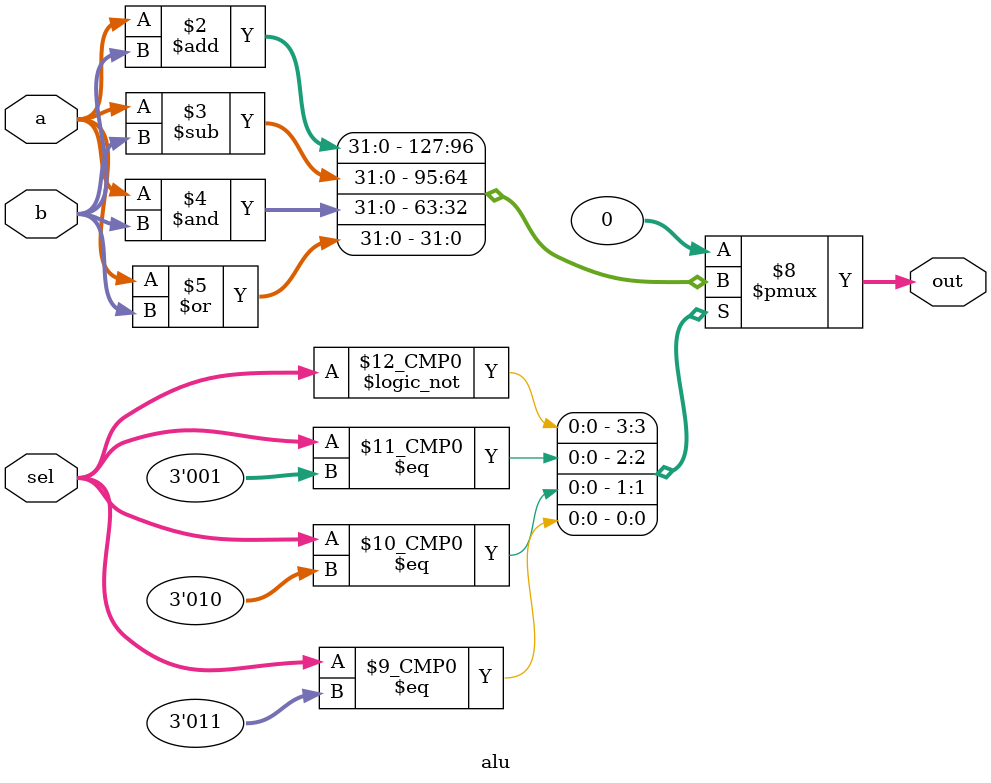
<source format=v>
module alu(
	input [31:0] a,b,
	input [2:0] sel,
	output reg signed [31:0] out
	);

	always @(a or b or sel)
	begin
		case(sel)
			3'b000: out = a+b;	
			3'b001: out = a-b;	
			3'b010: out = a&b;	
			3'b011: out = a|b;	
			3'b100: out = 0;
			default: out= 0;
		endcase
	end

endmodule 
</source>
